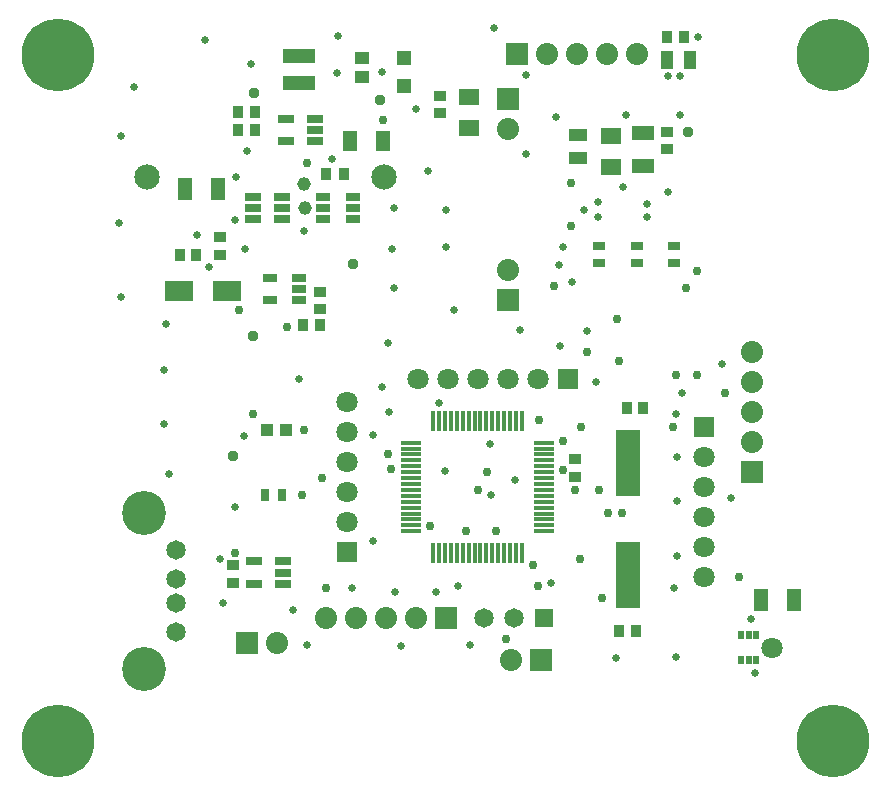
<source format=gbs>
G04*
G04 #@! TF.GenerationSoftware,Altium Limited,Altium Designer,22.6.1 (34)*
G04*
G04 Layer_Color=16711935*
%FSLAX25Y25*%
%MOIN*%
G70*
G04*
G04 #@! TF.SameCoordinates,DDC90878-0471-41C9-9F99-EECD3968BD0F*
G04*
G04*
G04 #@! TF.FilePolarity,Negative*
G04*
G01*
G75*
%ADD33R,0.03465X0.04291*%
%ADD34R,0.07756X0.04803*%
%ADD37R,0.04134X0.03347*%
%ADD40R,0.04803X0.07756*%
%ADD42R,0.04291X0.03465*%
%ADD44R,0.03347X0.04134*%
%ADD45C,0.14646*%
%ADD46C,0.06496*%
%ADD47R,0.07382X0.07382*%
%ADD48C,0.07382*%
%ADD49R,0.07382X0.07382*%
%ADD50C,0.08465*%
%ADD51R,0.07087X0.07087*%
%ADD52C,0.07087*%
%ADD53R,0.06496X0.06496*%
%ADD54R,0.07087X0.07087*%
%ADD55C,0.03740*%
%ADD56C,0.02559*%
%ADD57C,0.02953*%
%ADD58C,0.04528*%
%ADD59C,0.24213*%
%ADD80R,0.05136X0.07111*%
%ADD83R,0.07087X0.05512*%
%ADD95R,0.02165X0.02953*%
%ADD96R,0.10591X0.04606*%
%ADD97R,0.05512X0.02953*%
%ADD98R,0.05118X0.05118*%
%ADD99R,0.04528X0.04331*%
%ADD100R,0.01772X0.06890*%
%ADD101R,0.06890X0.01772*%
%ADD102R,0.06102X0.04331*%
%ADD103R,0.04331X0.06102*%
%ADD104R,0.04134X0.03150*%
%ADD105R,0.05118X0.02953*%
%ADD106R,0.03150X0.04134*%
%ADD107R,0.04134X0.04331*%
%ADD108R,0.09449X0.06890*%
%ADD109R,0.04724X0.02756*%
%ADD110R,0.05315X0.02953*%
%ADD111R,0.08465X0.22244*%
D33*
X306295Y283000D02*
D03*
X300705D02*
D03*
X316705Y481000D02*
D03*
X322295D02*
D03*
X173705Y456000D02*
D03*
X179295D02*
D03*
X154205Y408500D02*
D03*
X159795D02*
D03*
X308795Y357500D02*
D03*
X303205D02*
D03*
D34*
X308500Y448933D02*
D03*
Y438067D02*
D03*
D37*
X172000Y299047D02*
D03*
Y304953D02*
D03*
X167500Y414453D02*
D03*
Y408547D02*
D03*
X286000Y340453D02*
D03*
Y334547D02*
D03*
D40*
X358933Y293500D02*
D03*
X348067D02*
D03*
X166933Y430500D02*
D03*
X156067D02*
D03*
D42*
X241000Y455705D02*
D03*
Y461295D02*
D03*
X316500Y443705D02*
D03*
Y449295D02*
D03*
X201138Y390489D02*
D03*
Y396080D02*
D03*
D44*
X173547Y450000D02*
D03*
X179453D02*
D03*
X203047Y435434D02*
D03*
X208953D02*
D03*
X201091Y385000D02*
D03*
X195185D02*
D03*
D45*
X142331Y270571D02*
D03*
Y322303D02*
D03*
D46*
X153000Y282658D02*
D03*
Y292500D02*
D03*
Y300374D02*
D03*
Y310216D02*
D03*
X255500Y287500D02*
D03*
X265500D02*
D03*
D47*
X266500Y475500D02*
D03*
X274500Y273500D02*
D03*
X243023Y287500D02*
D03*
X176500Y279000D02*
D03*
D48*
X276500Y475500D02*
D03*
X286500D02*
D03*
X296500D02*
D03*
X306500D02*
D03*
X263500Y450500D02*
D03*
X345000Y376000D02*
D03*
Y366000D02*
D03*
Y356000D02*
D03*
Y346000D02*
D03*
X264500Y273500D02*
D03*
X233023Y287500D02*
D03*
X223023D02*
D03*
X213023D02*
D03*
X203023D02*
D03*
X263500Y403500D02*
D03*
X186500Y279000D02*
D03*
D49*
X263500Y460500D02*
D03*
X345000Y336000D02*
D03*
X263500Y393500D02*
D03*
D50*
X143409Y434442D02*
D03*
X222228D02*
D03*
D51*
X329000Y351000D02*
D03*
X210000Y309500D02*
D03*
D52*
X329000Y341000D02*
D03*
Y331000D02*
D03*
Y321000D02*
D03*
Y311000D02*
D03*
Y301000D02*
D03*
X351500Y277500D02*
D03*
X210000Y319500D02*
D03*
Y329500D02*
D03*
Y339500D02*
D03*
Y349500D02*
D03*
Y359500D02*
D03*
X273500Y367000D02*
D03*
X263500D02*
D03*
X253500D02*
D03*
X243500D02*
D03*
X233500D02*
D03*
D53*
X275500Y287500D02*
D03*
D54*
X283500Y367000D02*
D03*
D55*
X179000Y462500D02*
D03*
X323500Y449500D02*
D03*
X221000Y460000D02*
D03*
X212000Y405500D02*
D03*
X178500Y381500D02*
D03*
X172000Y341500D02*
D03*
D56*
X221500Y469500D02*
D03*
X206500Y469000D02*
D03*
X269500Y468500D02*
D03*
X317000Y468000D02*
D03*
X321000D02*
D03*
X303000Y455000D02*
D03*
X279500Y454500D02*
D03*
X321000Y455000D02*
D03*
X289000Y423500D02*
D03*
X196500Y278500D02*
D03*
X319000Y297500D02*
D03*
X344500Y287000D02*
D03*
X192000Y290000D02*
D03*
X211500Y297500D02*
D03*
X233000Y457000D02*
D03*
X269500Y442000D02*
D03*
X240500Y359000D02*
D03*
X221500Y364500D02*
D03*
X223500Y379000D02*
D03*
X245500Y390000D02*
D03*
X225500Y397500D02*
D03*
X237000Y436500D02*
D03*
X194000Y367000D02*
D03*
X319500Y274500D02*
D03*
Y355500D02*
D03*
X251000Y278500D02*
D03*
X247000Y298000D02*
D03*
X239500Y296000D02*
D03*
X226000D02*
D03*
X228000Y278000D02*
D03*
X266000Y333500D02*
D03*
X258000Y328500D02*
D03*
X242500Y336500D02*
D03*
X257500Y345500D02*
D03*
X218500Y313000D02*
D03*
X278000Y299000D02*
D03*
X224000Y356000D02*
D03*
X218500Y348500D02*
D03*
X327000Y481000D02*
D03*
X162500Y480000D02*
D03*
X346000Y269000D02*
D03*
X299500Y274000D02*
D03*
X172500Y324500D02*
D03*
X259000Y484000D02*
D03*
X134000Y419000D02*
D03*
X150500Y335500D02*
D03*
X176500Y443000D02*
D03*
X149000Y352000D02*
D03*
X176000Y410500D02*
D03*
X149500Y385500D02*
D03*
X149000Y370000D02*
D03*
X164000Y404500D02*
D03*
X178000Y472000D02*
D03*
X207000Y481500D02*
D03*
X293000Y366000D02*
D03*
X205000Y440500D02*
D03*
X243000Y423500D02*
D03*
Y411000D02*
D03*
X321500Y362500D02*
D03*
X335000Y372000D02*
D03*
X225500Y424000D02*
D03*
X195500Y416500D02*
D03*
X172500Y420000D02*
D03*
X173000Y434500D02*
D03*
X160000Y415000D02*
D03*
X225000Y410500D02*
D03*
X175500Y348000D02*
D03*
X320000Y341000D02*
D03*
Y326500D02*
D03*
X338000Y327500D02*
D03*
X320000Y308000D02*
D03*
X302000Y431000D02*
D03*
X293500Y426000D02*
D03*
Y421000D02*
D03*
X310000Y425500D02*
D03*
Y421000D02*
D03*
X267500Y383500D02*
D03*
X317000Y429500D02*
D03*
X167500Y307000D02*
D03*
X168500Y292500D02*
D03*
X280500Y405000D02*
D03*
X285000Y399500D02*
D03*
X282000Y411000D02*
D03*
X290000Y383000D02*
D03*
X281000Y378000D02*
D03*
X139000Y464500D02*
D03*
X134500Y394500D02*
D03*
Y448000D02*
D03*
D57*
X295000Y294000D02*
D03*
X222000Y453500D02*
D03*
X326500Y368500D02*
D03*
X178500Y355500D02*
D03*
X190000Y384500D02*
D03*
X174000Y390000D02*
D03*
X263000Y280500D02*
D03*
X195000Y328500D02*
D03*
X201500Y334000D02*
D03*
X224500Y337000D02*
D03*
X203000Y297500D02*
D03*
X237500Y318000D02*
D03*
X319500Y368500D02*
D03*
X336000Y362500D02*
D03*
X326500Y403000D02*
D03*
X196500Y439000D02*
D03*
X297000Y322500D02*
D03*
X294000Y330000D02*
D03*
X301500Y322500D02*
D03*
X286000Y330000D02*
D03*
X287500Y307000D02*
D03*
X273500Y298000D02*
D03*
X272000Y305000D02*
D03*
X223500Y342000D02*
D03*
X253500Y330000D02*
D03*
X256500Y336000D02*
D03*
X281902Y336902D02*
D03*
X249500Y316500D02*
D03*
X259500D02*
D03*
X195500Y350000D02*
D03*
X318500Y351000D02*
D03*
X340500Y301000D02*
D03*
X290000Y376000D02*
D03*
X279000Y398000D02*
D03*
X323000Y397500D02*
D03*
X300000Y387000D02*
D03*
X284500Y418000D02*
D03*
X172500Y309000D02*
D03*
X282000Y346500D02*
D03*
X300500Y373000D02*
D03*
X288000Y351000D02*
D03*
X284500Y432500D02*
D03*
X274000Y353500D02*
D03*
D58*
X196000Y424000D02*
D03*
X195800Y432000D02*
D03*
D59*
X372000Y246500D02*
D03*
Y475000D02*
D03*
X113500Y246500D02*
D03*
Y475000D02*
D03*
D80*
X210985Y446500D02*
D03*
X222015D02*
D03*
D83*
X298000Y437882D02*
D03*
Y448118D02*
D03*
X250500Y461000D02*
D03*
Y450764D02*
D03*
D95*
X341362Y281732D02*
D03*
X343921D02*
D03*
X346480D02*
D03*
Y273268D02*
D03*
X343921D02*
D03*
X341362D02*
D03*
D96*
X194000Y465631D02*
D03*
Y474647D02*
D03*
D97*
X199421Y453740D02*
D03*
Y450000D02*
D03*
Y446260D02*
D03*
X189579D02*
D03*
Y453740D02*
D03*
X178907Y306240D02*
D03*
Y298760D02*
D03*
X188749D02*
D03*
Y302500D02*
D03*
Y306240D02*
D03*
D98*
X229000Y474000D02*
D03*
Y464748D02*
D03*
D99*
X215000Y474000D02*
D03*
Y467701D02*
D03*
D100*
X268264Y309050D02*
D03*
X266295D02*
D03*
X264327D02*
D03*
X262358D02*
D03*
X260390D02*
D03*
X258421D02*
D03*
X256453D02*
D03*
X254484D02*
D03*
X252516D02*
D03*
X250547D02*
D03*
X248579D02*
D03*
X246610D02*
D03*
X244642D02*
D03*
X242673D02*
D03*
X240705D02*
D03*
X238736D02*
D03*
Y353145D02*
D03*
X240705D02*
D03*
X242673D02*
D03*
X244642D02*
D03*
X246610D02*
D03*
X248579D02*
D03*
X250547D02*
D03*
X252516D02*
D03*
X254484D02*
D03*
X256453D02*
D03*
X258421D02*
D03*
X260390D02*
D03*
X262358D02*
D03*
X264327D02*
D03*
X266295D02*
D03*
X268264D02*
D03*
D101*
X231453Y316334D02*
D03*
Y318302D02*
D03*
Y320271D02*
D03*
Y322239D02*
D03*
Y324208D02*
D03*
Y326176D02*
D03*
Y328145D02*
D03*
Y330113D02*
D03*
Y332082D02*
D03*
Y334050D02*
D03*
Y336019D02*
D03*
Y337987D02*
D03*
Y339956D02*
D03*
Y341924D02*
D03*
Y343893D02*
D03*
Y345861D02*
D03*
X275547D02*
D03*
Y343893D02*
D03*
Y341924D02*
D03*
Y339956D02*
D03*
Y337987D02*
D03*
Y336019D02*
D03*
Y334050D02*
D03*
Y332082D02*
D03*
Y330113D02*
D03*
Y328145D02*
D03*
Y326176D02*
D03*
Y324208D02*
D03*
Y322239D02*
D03*
Y320271D02*
D03*
Y318302D02*
D03*
Y316334D02*
D03*
D102*
X287000Y440760D02*
D03*
Y448240D02*
D03*
D103*
X316760Y473500D02*
D03*
X324240D02*
D03*
D104*
X319000Y411354D02*
D03*
Y405646D02*
D03*
X294000Y411354D02*
D03*
Y405646D02*
D03*
X306500Y411354D02*
D03*
Y405646D02*
D03*
D105*
X202079Y427740D02*
D03*
Y424000D02*
D03*
Y420260D02*
D03*
X211921D02*
D03*
Y424000D02*
D03*
Y427740D02*
D03*
D106*
X182646Y328500D02*
D03*
X188354D02*
D03*
D107*
X183350Y350000D02*
D03*
X189650D02*
D03*
D108*
X169874Y396500D02*
D03*
X154126D02*
D03*
D109*
X184216Y400740D02*
D03*
Y393260D02*
D03*
X194059D02*
D03*
Y397000D02*
D03*
Y400740D02*
D03*
D110*
X178579Y427740D02*
D03*
Y424000D02*
D03*
Y420260D02*
D03*
X188421D02*
D03*
Y424000D02*
D03*
Y427740D02*
D03*
D111*
X303500Y301597D02*
D03*
Y338999D02*
D03*
M02*

</source>
